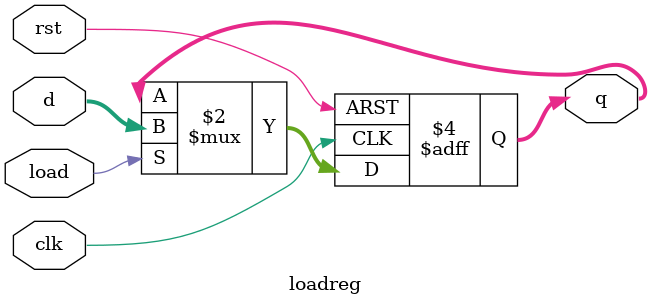
<source format=v>
`timescale 1ns / 1ps
module loadreg(clk, rst, load, d, q);

input clk, rst, load;
input [31:0] d;
output [31:0] q; 

reg [31:0] q; 

always @(posedge clk, posedge rst)
	if (rst) q <= 32'b0; else
	if (load) q <= d;
	
endmodule


</source>
